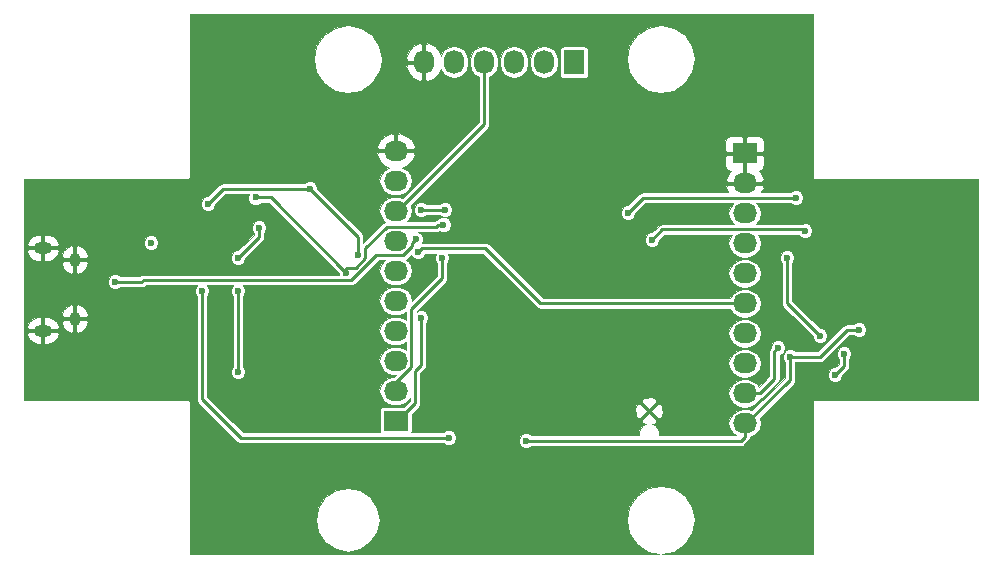
<source format=gbr>
G04 #@! TF.FileFunction,Copper,L2,Bot,Signal*
%FSLAX46Y46*%
G04 Gerber Fmt 4.6, Leading zero omitted, Abs format (unit mm)*
G04 Created by KiCad (PCBNEW 4.0.2-4+6225~38~ubuntu15.10.1-stable) date Thu 31 Mar 2016 01:19:07 PM CDT*
%MOMM*%
G01*
G04 APERTURE LIST*
%ADD10C,0.100000*%
%ADD11R,2.032000X1.727200*%
%ADD12O,2.032000X1.727200*%
%ADD13O,0.950000X1.250000*%
%ADD14O,1.550000X1.000000*%
%ADD15R,1.727200X2.032000*%
%ADD16O,1.727200X2.032000*%
%ADD17C,1.000000*%
%ADD18C,0.600000*%
%ADD19C,0.250000*%
G04 APERTURE END LIST*
D10*
D11*
X153550000Y-80610000D03*
D12*
X153550000Y-78070000D03*
X153550000Y-75530000D03*
X153550000Y-72990000D03*
X153550000Y-70450000D03*
X153550000Y-67910000D03*
X153550000Y-65370000D03*
X153550000Y-62830000D03*
X153550000Y-60290000D03*
X153550000Y-57750000D03*
D13*
X126380000Y-66970000D03*
X126380000Y-71970000D03*
D14*
X123680000Y-65970000D03*
X123680000Y-72970000D03*
D15*
X168650000Y-50250000D03*
D16*
X166110000Y-50250000D03*
X163570000Y-50250000D03*
X161030000Y-50250000D03*
X158490000Y-50250000D03*
X155950000Y-50250000D03*
D11*
X183100000Y-57975000D03*
D12*
X183100000Y-60515000D03*
X183100000Y-63055000D03*
X183100000Y-65595000D03*
X183100000Y-68135000D03*
X183100000Y-70675000D03*
X183100000Y-73215000D03*
X183100000Y-75755000D03*
X183100000Y-78295000D03*
X183100000Y-80835000D03*
D17*
X184700000Y-86550000D03*
X182800000Y-86550000D03*
D18*
X160350000Y-88650000D03*
X160550000Y-61150000D03*
X160600000Y-68250000D03*
X158500000Y-69900000D03*
X145350000Y-57900000D03*
X142300000Y-58050000D03*
X124500000Y-61650000D03*
X133000000Y-62400000D03*
X145100000Y-77250000D03*
X193548000Y-77724000D03*
X187706000Y-76708000D03*
X167132000Y-78486000D03*
X175514000Y-56642000D03*
X133793278Y-66447444D03*
X135325543Y-66858457D03*
X141458022Y-67056000D03*
X141986000Y-84582000D03*
X140716000Y-64262000D03*
X135890000Y-60960000D03*
X135128000Y-70104000D03*
X158820000Y-86500000D03*
X157480000Y-66802000D03*
X141700000Y-61700000D03*
X157597020Y-64008000D03*
X149352000Y-68072000D03*
X129794000Y-68834000D03*
X155254956Y-65217044D03*
X185928000Y-74422000D03*
X155702000Y-71882000D03*
X190754000Y-76708000D03*
X191516000Y-74930000D03*
X155448000Y-66294000D03*
X186690000Y-66802000D03*
X189484000Y-73406000D03*
X157734000Y-62738000D03*
X155702000Y-62738000D03*
X192786000Y-72898000D03*
X186944000Y-75184000D03*
X188214000Y-64516000D03*
X175260000Y-65278000D03*
X132842000Y-65532000D03*
X158040002Y-82042000D03*
X137160000Y-69596000D03*
X150368000Y-66548000D03*
X146304000Y-60960000D03*
X137668000Y-62230000D03*
X164592000Y-82296000D03*
X141986000Y-64262000D03*
X140208000Y-66802000D03*
X140208000Y-76454000D03*
X140208000Y-69596000D03*
X187452000Y-61722000D03*
X173228000Y-62992000D03*
D19*
X153550000Y-78070000D02*
X153550000Y-77363348D01*
X154891010Y-76022338D02*
X154891010Y-71105118D01*
X153550000Y-77363348D02*
X154891010Y-76022338D01*
X154891010Y-71105118D02*
X157480000Y-68516128D01*
X157480000Y-68516128D02*
X157480000Y-66802000D01*
X141700000Y-61700000D02*
X142980000Y-61700000D01*
X142980000Y-61700000D02*
X149352000Y-68072000D01*
X156999366Y-64181390D02*
X157172756Y-64008000D01*
X152818346Y-64181390D02*
X156999366Y-64181390D01*
X150193266Y-67647736D02*
X150993001Y-66848001D01*
X150993001Y-66006735D02*
X152818346Y-64181390D01*
X157172756Y-64008000D02*
X157597020Y-64008000D01*
X149352000Y-67647736D02*
X150193266Y-67647736D01*
X150993001Y-66848001D02*
X150993001Y-66006735D01*
X149352000Y-68072000D02*
X149352000Y-67647736D01*
X132060002Y-68834000D02*
X132197001Y-68697001D01*
X132197001Y-68697001D02*
X149780412Y-68697001D01*
X149780412Y-68697001D02*
X151918803Y-66558610D01*
X151918803Y-66558610D02*
X154194738Y-66558610D01*
X154194738Y-66558610D02*
X154954957Y-65798391D01*
X154954957Y-65798391D02*
X154954957Y-65517043D01*
X129794000Y-68834000D02*
X132060002Y-68834000D01*
X154954957Y-65517043D02*
X155254956Y-65217044D01*
X161030000Y-50250000D02*
X161030000Y-55502400D01*
X161030000Y-55502400D02*
X153702400Y-62830000D01*
X153702400Y-62830000D02*
X153550000Y-62830000D01*
X185928000Y-74422000D02*
X185628001Y-74721999D01*
X185628001Y-74721999D02*
X185628001Y-77032999D01*
X185628001Y-77032999D02*
X184366000Y-78295000D01*
X184366000Y-78295000D02*
X183100000Y-78295000D01*
X155702000Y-71882000D02*
X155702000Y-75847759D01*
X155702000Y-75847759D02*
X155194000Y-76355759D01*
X155194000Y-76355759D02*
X155194000Y-79118400D01*
X155194000Y-79118400D02*
X153702400Y-80610000D01*
X153702400Y-80610000D02*
X153550000Y-80610000D01*
X191516000Y-74930000D02*
X191516000Y-75946000D01*
X191516000Y-75946000D02*
X190754000Y-76708000D01*
X181834000Y-70675000D02*
X183100000Y-70675000D01*
X161119003Y-65994001D02*
X165800002Y-70675000D01*
X155747999Y-65994001D02*
X161119003Y-65994001D01*
X155448000Y-66294000D02*
X155747999Y-65994001D01*
X165800002Y-70675000D02*
X181834000Y-70675000D01*
X189484000Y-73406000D02*
X186690000Y-70612000D01*
X186690000Y-70612000D02*
X186690000Y-66802000D01*
X155702000Y-62738000D02*
X157734000Y-62738000D01*
X186944000Y-75184000D02*
X186944000Y-77143400D01*
X186944000Y-77143400D02*
X183252400Y-80835000D01*
X183252400Y-80835000D02*
X183100000Y-80835000D01*
X189484000Y-75184000D02*
X191770000Y-72898000D01*
X191770000Y-72898000D02*
X192786000Y-72898000D01*
X186944000Y-75184000D02*
X189484000Y-75184000D01*
X175260000Y-65278000D02*
X176131610Y-64406390D01*
X176131610Y-64406390D02*
X188104390Y-64406390D01*
X188104390Y-64406390D02*
X188214000Y-64516000D01*
X137160000Y-78740000D02*
X140462000Y-82042000D01*
X140462000Y-82042000D02*
X158040002Y-82042000D01*
X137160000Y-69596000D02*
X137160000Y-78740000D01*
X150368000Y-66548000D02*
X150368000Y-65024000D01*
X150368000Y-65024000D02*
X146304000Y-60960000D01*
X137668000Y-62230000D02*
X138938000Y-60960000D01*
X138938000Y-60960000D02*
X146304000Y-60960000D01*
X164592000Y-82296000D02*
X182752600Y-82296000D01*
X182752600Y-82296000D02*
X183100000Y-81948600D01*
X183100000Y-81948600D02*
X183100000Y-80835000D01*
X141986000Y-65024000D02*
X141986000Y-64262000D01*
X140208000Y-66802000D02*
X141986000Y-65024000D01*
X140208000Y-69596000D02*
X140208000Y-76454000D01*
X173228000Y-62992000D02*
X174498000Y-61722000D01*
X174498000Y-61722000D02*
X187452000Y-61722000D01*
D10*
G36*
X188873000Y-60000000D02*
X188883006Y-60049410D01*
X188911447Y-60091035D01*
X188953841Y-60118315D01*
X189000000Y-60127000D01*
X202873000Y-60127000D01*
X202873000Y-78873000D01*
X189000000Y-78873000D01*
X188950590Y-78883006D01*
X188908965Y-78911447D01*
X188881685Y-78953841D01*
X188873000Y-79000000D01*
X188873000Y-91873000D01*
X176108500Y-91873000D01*
X177107709Y-91674245D01*
X178046779Y-91046779D01*
X178674245Y-90107709D01*
X178894582Y-89000000D01*
X178674245Y-87892291D01*
X178046779Y-86953221D01*
X177107709Y-86325755D01*
X176000000Y-86105418D01*
X174892291Y-86325755D01*
X173953221Y-86953221D01*
X173325755Y-87892291D01*
X173105418Y-89000000D01*
X173325755Y-90107709D01*
X173953221Y-91046779D01*
X174892291Y-91674245D01*
X175891500Y-91873000D01*
X136127000Y-91873000D01*
X136127000Y-89000000D01*
X146798000Y-89000000D01*
X147003678Y-90034011D01*
X147589397Y-90910603D01*
X148465989Y-91496322D01*
X149500000Y-91702000D01*
X150534011Y-91496322D01*
X151410603Y-90910603D01*
X151996322Y-90034011D01*
X152202000Y-89000000D01*
X151996322Y-87965989D01*
X151410603Y-87089397D01*
X150534011Y-86503678D01*
X149500000Y-86298000D01*
X148465989Y-86503678D01*
X147589397Y-87089397D01*
X147003678Y-87965989D01*
X146798000Y-89000000D01*
X136127000Y-89000000D01*
X136127000Y-79000000D01*
X136116994Y-78950590D01*
X136088553Y-78908965D01*
X136046159Y-78881685D01*
X136000000Y-78873000D01*
X122127000Y-78873000D01*
X122127000Y-73271874D01*
X122310881Y-73271874D01*
X122512632Y-73682763D01*
X122853322Y-73970002D01*
X123278000Y-74105000D01*
X123553000Y-74105000D01*
X123553000Y-73097000D01*
X123807000Y-73097000D01*
X123807000Y-74105000D01*
X124082000Y-74105000D01*
X124506678Y-73970002D01*
X124847368Y-73682763D01*
X125049119Y-73271874D01*
X124922954Y-73097000D01*
X123807000Y-73097000D01*
X123553000Y-73097000D01*
X122437046Y-73097000D01*
X122310881Y-73271874D01*
X122127000Y-73271874D01*
X122127000Y-72668126D01*
X122310881Y-72668126D01*
X122437046Y-72843000D01*
X123553000Y-72843000D01*
X123553000Y-71835000D01*
X123807000Y-71835000D01*
X123807000Y-72843000D01*
X124922954Y-72843000D01*
X125049119Y-72668126D01*
X124854191Y-72271131D01*
X125278771Y-72271131D01*
X125420432Y-72681049D01*
X125708179Y-73005552D01*
X126082062Y-73189268D01*
X126253000Y-73062734D01*
X126253000Y-72097000D01*
X126507000Y-72097000D01*
X126507000Y-73062734D01*
X126677938Y-73189268D01*
X127051821Y-73005552D01*
X127339568Y-72681049D01*
X127481229Y-72271131D01*
X127332563Y-72097000D01*
X126507000Y-72097000D01*
X126253000Y-72097000D01*
X125427437Y-72097000D01*
X125278771Y-72271131D01*
X124854191Y-72271131D01*
X124847368Y-72257237D01*
X124506678Y-71969998D01*
X124082000Y-71835000D01*
X123807000Y-71835000D01*
X123553000Y-71835000D01*
X123278000Y-71835000D01*
X122853322Y-71969998D01*
X122512632Y-72257237D01*
X122310881Y-72668126D01*
X122127000Y-72668126D01*
X122127000Y-71668869D01*
X125278771Y-71668869D01*
X125427437Y-71843000D01*
X126253000Y-71843000D01*
X126253000Y-70877266D01*
X126507000Y-70877266D01*
X126507000Y-71843000D01*
X127332563Y-71843000D01*
X127481229Y-71668869D01*
X127339568Y-71258951D01*
X127051821Y-70934448D01*
X126677938Y-70750732D01*
X126507000Y-70877266D01*
X126253000Y-70877266D01*
X126082062Y-70750732D01*
X125708179Y-70934448D01*
X125420432Y-71258951D01*
X125278771Y-71668869D01*
X122127000Y-71668869D01*
X122127000Y-68958171D01*
X129166891Y-68958171D01*
X129262145Y-69188703D01*
X129438369Y-69365235D01*
X129668735Y-69460891D01*
X129918171Y-69461109D01*
X130148703Y-69365855D01*
X130228698Y-69286000D01*
X132060002Y-69286000D01*
X132232975Y-69251594D01*
X132379614Y-69153612D01*
X132384225Y-69149001D01*
X136720293Y-69149001D01*
X136628765Y-69240369D01*
X136533109Y-69470735D01*
X136532891Y-69720171D01*
X136628145Y-69950703D01*
X136708000Y-70030698D01*
X136708000Y-78740000D01*
X136742406Y-78912973D01*
X136840388Y-79059612D01*
X140142388Y-82361612D01*
X140289027Y-82459594D01*
X140462000Y-82494000D01*
X157605274Y-82494000D01*
X157684371Y-82573235D01*
X157914737Y-82668891D01*
X158164173Y-82669109D01*
X158394705Y-82573855D01*
X158548657Y-82420171D01*
X163964891Y-82420171D01*
X164060145Y-82650703D01*
X164236369Y-82827235D01*
X164466735Y-82922891D01*
X164716171Y-82923109D01*
X164946703Y-82827855D01*
X165026698Y-82748000D01*
X182752600Y-82748000D01*
X182925573Y-82713594D01*
X183072212Y-82615612D01*
X183419612Y-82268212D01*
X183517594Y-82121573D01*
X183547311Y-81972172D01*
X183734334Y-81934971D01*
X184120592Y-81676881D01*
X184378682Y-81290623D01*
X184469311Y-80835000D01*
X184378682Y-80379377D01*
X184366091Y-80360533D01*
X187263612Y-77463012D01*
X187361594Y-77316373D01*
X187396000Y-77143400D01*
X187396000Y-76832171D01*
X190126891Y-76832171D01*
X190222145Y-77062703D01*
X190398369Y-77239235D01*
X190628735Y-77334891D01*
X190878171Y-77335109D01*
X191108703Y-77239855D01*
X191285235Y-77063631D01*
X191380891Y-76833265D01*
X191380990Y-76720234D01*
X191835612Y-76265612D01*
X191933594Y-76118973D01*
X191968000Y-75946000D01*
X191968000Y-75364728D01*
X192047235Y-75285631D01*
X192142891Y-75055265D01*
X192143109Y-74805829D01*
X192047855Y-74575297D01*
X191871631Y-74398765D01*
X191641265Y-74303109D01*
X191391829Y-74302891D01*
X191161297Y-74398145D01*
X190984765Y-74574369D01*
X190889109Y-74804735D01*
X190888891Y-75054171D01*
X190984145Y-75284703D01*
X191064000Y-75364698D01*
X191064000Y-75758776D01*
X190741787Y-76080989D01*
X190629829Y-76080891D01*
X190399297Y-76176145D01*
X190222765Y-76352369D01*
X190127109Y-76582735D01*
X190126891Y-76832171D01*
X187396000Y-76832171D01*
X187396000Y-75636000D01*
X189484000Y-75636000D01*
X189656973Y-75601594D01*
X189803612Y-75503612D01*
X191957224Y-73350000D01*
X192351272Y-73350000D01*
X192430369Y-73429235D01*
X192660735Y-73524891D01*
X192910171Y-73525109D01*
X193140703Y-73429855D01*
X193317235Y-73253631D01*
X193412891Y-73023265D01*
X193413109Y-72773829D01*
X193317855Y-72543297D01*
X193141631Y-72366765D01*
X192911265Y-72271109D01*
X192661829Y-72270891D01*
X192431297Y-72366145D01*
X192351302Y-72446000D01*
X191770000Y-72446000D01*
X191597027Y-72480406D01*
X191450388Y-72578388D01*
X189296776Y-74732000D01*
X187378728Y-74732000D01*
X187299631Y-74652765D01*
X187069265Y-74557109D01*
X186819829Y-74556891D01*
X186589297Y-74652145D01*
X186412765Y-74828369D01*
X186317109Y-75058735D01*
X186316891Y-75308171D01*
X186412145Y-75538703D01*
X186492000Y-75618698D01*
X186492000Y-76956176D01*
X183716662Y-79731514D01*
X183278711Y-79644400D01*
X182921289Y-79644400D01*
X182465666Y-79735029D01*
X182079408Y-79993119D01*
X181821318Y-80379377D01*
X181730689Y-80835000D01*
X181821318Y-81290623D01*
X182079408Y-81676881D01*
X182329519Y-81844000D01*
X175830042Y-81844000D01*
X175832856Y-81837222D01*
X175833143Y-81508221D01*
X175707505Y-81204154D01*
X175475070Y-80971312D01*
X175280260Y-80890420D01*
X175311375Y-80888217D01*
X175579352Y-80777217D01*
X175616499Y-80562104D01*
X175006000Y-79951605D01*
X174395501Y-80562104D01*
X174432648Y-80777217D01*
X174749828Y-80883033D01*
X174538154Y-80970495D01*
X174305312Y-81202930D01*
X174179144Y-81506778D01*
X174178857Y-81835779D01*
X174182254Y-81844000D01*
X165026728Y-81844000D01*
X164947631Y-81764765D01*
X164717265Y-81669109D01*
X164467829Y-81668891D01*
X164237297Y-81764145D01*
X164060765Y-81940369D01*
X163965109Y-82170735D01*
X163964891Y-82420171D01*
X158548657Y-82420171D01*
X158571237Y-82397631D01*
X158666893Y-82167265D01*
X158667111Y-81917829D01*
X158571857Y-81687297D01*
X158395633Y-81510765D01*
X158165267Y-81415109D01*
X157915831Y-81414891D01*
X157685299Y-81510145D01*
X157605304Y-81590000D01*
X154875834Y-81590000D01*
X154899406Y-81473600D01*
X154899406Y-80052218D01*
X155324652Y-79626972D01*
X173857888Y-79626972D01*
X173889783Y-80077375D01*
X174000783Y-80345352D01*
X174215896Y-80382499D01*
X174826395Y-79772000D01*
X175185605Y-79772000D01*
X175796104Y-80382499D01*
X176011217Y-80345352D01*
X176154112Y-79917028D01*
X176122217Y-79466625D01*
X176011217Y-79198648D01*
X175796104Y-79161501D01*
X175185605Y-79772000D01*
X174826395Y-79772000D01*
X174215896Y-79161501D01*
X174000783Y-79198648D01*
X173857888Y-79626972D01*
X155324652Y-79626972D01*
X155513612Y-79438012D01*
X155611594Y-79291373D01*
X155646000Y-79118400D01*
X155646000Y-78981896D01*
X174395501Y-78981896D01*
X175006000Y-79592395D01*
X175616499Y-78981896D01*
X175579352Y-78766783D01*
X175151028Y-78623888D01*
X174700625Y-78655783D01*
X174432648Y-78766783D01*
X174395501Y-78981896D01*
X155646000Y-78981896D01*
X155646000Y-78295000D01*
X181730689Y-78295000D01*
X181821318Y-78750623D01*
X182079408Y-79136881D01*
X182465666Y-79394971D01*
X182921289Y-79485600D01*
X183278711Y-79485600D01*
X183734334Y-79394971D01*
X184120592Y-79136881D01*
X184378682Y-78750623D01*
X184379955Y-78744224D01*
X184538973Y-78712594D01*
X184685612Y-78614612D01*
X185947613Y-77352611D01*
X186045595Y-77205972D01*
X186080001Y-77032999D01*
X186080001Y-75037610D01*
X186282703Y-74953855D01*
X186459235Y-74777631D01*
X186554891Y-74547265D01*
X186555109Y-74297829D01*
X186459855Y-74067297D01*
X186283631Y-73890765D01*
X186053265Y-73795109D01*
X185803829Y-73794891D01*
X185573297Y-73890145D01*
X185396765Y-74066369D01*
X185301109Y-74296735D01*
X185301007Y-74413435D01*
X185210407Y-74549026D01*
X185176001Y-74721999D01*
X185176001Y-76845775D01*
X184300062Y-77721714D01*
X184120592Y-77453119D01*
X183734334Y-77195029D01*
X183278711Y-77104400D01*
X182921289Y-77104400D01*
X182465666Y-77195029D01*
X182079408Y-77453119D01*
X181821318Y-77839377D01*
X181730689Y-78295000D01*
X155646000Y-78295000D01*
X155646000Y-76542983D01*
X156021612Y-76167372D01*
X156119594Y-76020733D01*
X156125302Y-75992035D01*
X156154000Y-75847759D01*
X156154000Y-75755000D01*
X181730689Y-75755000D01*
X181821318Y-76210623D01*
X182079408Y-76596881D01*
X182465666Y-76854971D01*
X182921289Y-76945600D01*
X183278711Y-76945600D01*
X183734334Y-76854971D01*
X184120592Y-76596881D01*
X184378682Y-76210623D01*
X184469311Y-75755000D01*
X184378682Y-75299377D01*
X184120592Y-74913119D01*
X183734334Y-74655029D01*
X183278711Y-74564400D01*
X182921289Y-74564400D01*
X182465666Y-74655029D01*
X182079408Y-74913119D01*
X181821318Y-75299377D01*
X181730689Y-75755000D01*
X156154000Y-75755000D01*
X156154000Y-73215000D01*
X181730689Y-73215000D01*
X181821318Y-73670623D01*
X182079408Y-74056881D01*
X182465666Y-74314971D01*
X182921289Y-74405600D01*
X183278711Y-74405600D01*
X183734334Y-74314971D01*
X184120592Y-74056881D01*
X184378682Y-73670623D01*
X184469311Y-73215000D01*
X184378682Y-72759377D01*
X184120592Y-72373119D01*
X183734334Y-72115029D01*
X183278711Y-72024400D01*
X182921289Y-72024400D01*
X182465666Y-72115029D01*
X182079408Y-72373119D01*
X181821318Y-72759377D01*
X181730689Y-73215000D01*
X156154000Y-73215000D01*
X156154000Y-72316728D01*
X156233235Y-72237631D01*
X156328891Y-72007265D01*
X156329109Y-71757829D01*
X156233855Y-71527297D01*
X156057631Y-71350765D01*
X155827265Y-71255109D01*
X155577829Y-71254891D01*
X155347297Y-71350145D01*
X155343010Y-71354425D01*
X155343010Y-71292342D01*
X157799612Y-68835740D01*
X157897594Y-68689101D01*
X157932000Y-68516128D01*
X157932000Y-67236728D01*
X158011235Y-67157631D01*
X158106891Y-66927265D01*
X158107109Y-66677829D01*
X158011855Y-66447297D01*
X158010561Y-66446001D01*
X160931779Y-66446001D01*
X165480390Y-70994612D01*
X165627029Y-71092594D01*
X165800002Y-71127000D01*
X181820597Y-71127000D01*
X181821318Y-71130623D01*
X182079408Y-71516881D01*
X182465666Y-71774971D01*
X182921289Y-71865600D01*
X183278711Y-71865600D01*
X183734334Y-71774971D01*
X184120592Y-71516881D01*
X184378682Y-71130623D01*
X184469311Y-70675000D01*
X184378682Y-70219377D01*
X184120592Y-69833119D01*
X183734334Y-69575029D01*
X183278711Y-69484400D01*
X182921289Y-69484400D01*
X182465666Y-69575029D01*
X182079408Y-69833119D01*
X181821318Y-70219377D01*
X181820597Y-70223000D01*
X165987226Y-70223000D01*
X163899226Y-68135000D01*
X181730689Y-68135000D01*
X181821318Y-68590623D01*
X182079408Y-68976881D01*
X182465666Y-69234971D01*
X182921289Y-69325600D01*
X183278711Y-69325600D01*
X183734334Y-69234971D01*
X184120592Y-68976881D01*
X184378682Y-68590623D01*
X184469311Y-68135000D01*
X184378682Y-67679377D01*
X184120592Y-67293119D01*
X183734334Y-67035029D01*
X183278711Y-66944400D01*
X182921289Y-66944400D01*
X182465666Y-67035029D01*
X182079408Y-67293119D01*
X181821318Y-67679377D01*
X181730689Y-68135000D01*
X163899226Y-68135000D01*
X162690397Y-66926171D01*
X186062891Y-66926171D01*
X186158145Y-67156703D01*
X186238000Y-67236698D01*
X186238000Y-70612000D01*
X186272406Y-70784973D01*
X186370388Y-70931612D01*
X188856989Y-73418213D01*
X188856891Y-73530171D01*
X188952145Y-73760703D01*
X189128369Y-73937235D01*
X189358735Y-74032891D01*
X189608171Y-74033109D01*
X189838703Y-73937855D01*
X190015235Y-73761631D01*
X190110891Y-73531265D01*
X190111109Y-73281829D01*
X190015855Y-73051297D01*
X189839631Y-72874765D01*
X189609265Y-72779109D01*
X189496234Y-72779010D01*
X187142000Y-70424776D01*
X187142000Y-67236728D01*
X187221235Y-67157631D01*
X187316891Y-66927265D01*
X187317109Y-66677829D01*
X187221855Y-66447297D01*
X187045631Y-66270765D01*
X186815265Y-66175109D01*
X186565829Y-66174891D01*
X186335297Y-66270145D01*
X186158765Y-66446369D01*
X186063109Y-66676735D01*
X186062891Y-66926171D01*
X162690397Y-66926171D01*
X161438615Y-65674389D01*
X161291976Y-65576407D01*
X161119003Y-65542001D01*
X155798928Y-65542001D01*
X155881847Y-65342309D01*
X155882065Y-65092873D01*
X155786811Y-64862341D01*
X155610587Y-64685809D01*
X155484348Y-64633390D01*
X156999366Y-64633390D01*
X157172339Y-64598984D01*
X157253952Y-64544452D01*
X157471755Y-64634891D01*
X157721191Y-64635109D01*
X157951723Y-64539855D01*
X158128255Y-64363631D01*
X158223911Y-64133265D01*
X158224129Y-63883829D01*
X158128875Y-63653297D01*
X157952651Y-63476765D01*
X157722285Y-63381109D01*
X157472849Y-63380891D01*
X157242317Y-63476145D01*
X157159726Y-63558592D01*
X157028480Y-63584698D01*
X156999782Y-63590406D01*
X156853143Y-63688388D01*
X156812141Y-63729390D01*
X154484524Y-63729390D01*
X154570592Y-63671881D01*
X154828682Y-63285623D01*
X154912911Y-62862171D01*
X155074891Y-62862171D01*
X155170145Y-63092703D01*
X155346369Y-63269235D01*
X155576735Y-63364891D01*
X155826171Y-63365109D01*
X156056703Y-63269855D01*
X156136698Y-63190000D01*
X157299272Y-63190000D01*
X157378369Y-63269235D01*
X157608735Y-63364891D01*
X157858171Y-63365109D01*
X158088703Y-63269855D01*
X158242655Y-63116171D01*
X172600891Y-63116171D01*
X172696145Y-63346703D01*
X172872369Y-63523235D01*
X173102735Y-63618891D01*
X173352171Y-63619109D01*
X173582703Y-63523855D01*
X173759235Y-63347631D01*
X173854891Y-63117265D01*
X173854990Y-63004234D01*
X174685224Y-62174000D01*
X182137954Y-62174000D01*
X182079408Y-62213119D01*
X181821318Y-62599377D01*
X181730689Y-63055000D01*
X181821318Y-63510623D01*
X182079408Y-63896881D01*
X182165476Y-63954390D01*
X176131610Y-63954390D01*
X175958637Y-63988796D01*
X175811998Y-64086778D01*
X175247787Y-64650989D01*
X175135829Y-64650891D01*
X174905297Y-64746145D01*
X174728765Y-64922369D01*
X174633109Y-65152735D01*
X174632891Y-65402171D01*
X174728145Y-65632703D01*
X174904369Y-65809235D01*
X175134735Y-65904891D01*
X175384171Y-65905109D01*
X175614703Y-65809855D01*
X175791235Y-65633631D01*
X175886891Y-65403265D01*
X175886990Y-65290234D01*
X176318834Y-64858390D01*
X182009068Y-64858390D01*
X181821318Y-65139377D01*
X181730689Y-65595000D01*
X181821318Y-66050623D01*
X182079408Y-66436881D01*
X182465666Y-66694971D01*
X182921289Y-66785600D01*
X183278711Y-66785600D01*
X183734334Y-66694971D01*
X184120592Y-66436881D01*
X184378682Y-66050623D01*
X184469311Y-65595000D01*
X184378682Y-65139377D01*
X184190932Y-64858390D01*
X187677057Y-64858390D01*
X187682145Y-64870703D01*
X187858369Y-65047235D01*
X188088735Y-65142891D01*
X188338171Y-65143109D01*
X188568703Y-65047855D01*
X188745235Y-64871631D01*
X188840891Y-64641265D01*
X188841109Y-64391829D01*
X188745855Y-64161297D01*
X188569631Y-63984765D01*
X188339265Y-63889109D01*
X188089829Y-63888891D01*
X187931310Y-63954390D01*
X184034524Y-63954390D01*
X184120592Y-63896881D01*
X184378682Y-63510623D01*
X184469311Y-63055000D01*
X184378682Y-62599377D01*
X184120592Y-62213119D01*
X184062046Y-62174000D01*
X187017272Y-62174000D01*
X187096369Y-62253235D01*
X187326735Y-62348891D01*
X187576171Y-62349109D01*
X187806703Y-62253855D01*
X187983235Y-62077631D01*
X188078891Y-61847265D01*
X188079109Y-61597829D01*
X187983855Y-61367297D01*
X187807631Y-61190765D01*
X187577265Y-61095109D01*
X187327829Y-61094891D01*
X187097297Y-61190145D01*
X187017302Y-61270000D01*
X184521560Y-61270000D01*
X184704709Y-60889791D01*
X184707358Y-60874026D01*
X184586217Y-60642000D01*
X183227000Y-60642000D01*
X183227000Y-60662000D01*
X182973000Y-60662000D01*
X182973000Y-60642000D01*
X181613783Y-60642000D01*
X181492642Y-60874026D01*
X181495291Y-60889791D01*
X181678440Y-61270000D01*
X174498000Y-61270000D01*
X174325027Y-61304406D01*
X174178388Y-61402388D01*
X173215787Y-62364989D01*
X173103829Y-62364891D01*
X172873297Y-62460145D01*
X172696765Y-62636369D01*
X172601109Y-62866735D01*
X172600891Y-63116171D01*
X158242655Y-63116171D01*
X158265235Y-63093631D01*
X158360891Y-62863265D01*
X158361109Y-62613829D01*
X158265855Y-62383297D01*
X158089631Y-62206765D01*
X157859265Y-62111109D01*
X157609829Y-62110891D01*
X157379297Y-62206145D01*
X157299302Y-62286000D01*
X156136728Y-62286000D01*
X156057631Y-62206765D01*
X155827265Y-62111109D01*
X155577829Y-62110891D01*
X155347297Y-62206145D01*
X155170765Y-62382369D01*
X155075109Y-62612735D01*
X155074891Y-62862171D01*
X154912911Y-62862171D01*
X154919311Y-62830000D01*
X154828682Y-62374377D01*
X154816091Y-62355533D01*
X158910874Y-58260750D01*
X181449000Y-58260750D01*
X181449000Y-58964910D01*
X181545673Y-59198299D01*
X181724302Y-59376927D01*
X181921861Y-59458759D01*
X181749268Y-59612964D01*
X181495291Y-60140209D01*
X181492642Y-60155974D01*
X181613783Y-60388000D01*
X182973000Y-60388000D01*
X182973000Y-58102000D01*
X183227000Y-58102000D01*
X183227000Y-60388000D01*
X184586217Y-60388000D01*
X184707358Y-60155974D01*
X184704709Y-60140209D01*
X184450732Y-59612964D01*
X184278139Y-59458759D01*
X184475698Y-59376927D01*
X184654327Y-59198299D01*
X184751000Y-58964910D01*
X184751000Y-58260750D01*
X184592250Y-58102000D01*
X183227000Y-58102000D01*
X182973000Y-58102000D01*
X181607750Y-58102000D01*
X181449000Y-58260750D01*
X158910874Y-58260750D01*
X160186534Y-56985090D01*
X181449000Y-56985090D01*
X181449000Y-57689250D01*
X181607750Y-57848000D01*
X182973000Y-57848000D01*
X182973000Y-56635150D01*
X183227000Y-56635150D01*
X183227000Y-57848000D01*
X184592250Y-57848000D01*
X184751000Y-57689250D01*
X184751000Y-56985090D01*
X184654327Y-56751701D01*
X184475698Y-56573073D01*
X184242309Y-56476400D01*
X183385750Y-56476400D01*
X183227000Y-56635150D01*
X182973000Y-56635150D01*
X182814250Y-56476400D01*
X181957691Y-56476400D01*
X181724302Y-56573073D01*
X181545673Y-56751701D01*
X181449000Y-56985090D01*
X160186534Y-56985090D01*
X161349612Y-55822012D01*
X161447594Y-55675373D01*
X161482000Y-55502400D01*
X161482000Y-51529403D01*
X161485623Y-51528682D01*
X161871881Y-51270592D01*
X162129971Y-50884334D01*
X162220600Y-50428711D01*
X162220600Y-50071289D01*
X162379400Y-50071289D01*
X162379400Y-50428711D01*
X162470029Y-50884334D01*
X162728119Y-51270592D01*
X163114377Y-51528682D01*
X163570000Y-51619311D01*
X164025623Y-51528682D01*
X164411881Y-51270592D01*
X164669971Y-50884334D01*
X164760600Y-50428711D01*
X164760600Y-50071289D01*
X164919400Y-50071289D01*
X164919400Y-50428711D01*
X165010029Y-50884334D01*
X165268119Y-51270592D01*
X165654377Y-51528682D01*
X166110000Y-51619311D01*
X166565623Y-51528682D01*
X166951881Y-51270592D01*
X167209971Y-50884334D01*
X167300600Y-50428711D01*
X167300600Y-50071289D01*
X167209971Y-49615666D01*
X166954950Y-49234000D01*
X167452994Y-49234000D01*
X167452994Y-51266000D01*
X167475795Y-51387179D01*
X167547412Y-51498474D01*
X167656686Y-51573138D01*
X167786400Y-51599406D01*
X169513600Y-51599406D01*
X169634779Y-51576605D01*
X169746074Y-51504988D01*
X169820738Y-51395714D01*
X169847006Y-51266000D01*
X169847006Y-50000000D01*
X173105418Y-50000000D01*
X173325755Y-51107709D01*
X173953221Y-52046779D01*
X174892291Y-52674245D01*
X176000000Y-52894582D01*
X177107709Y-52674245D01*
X178046779Y-52046779D01*
X178674245Y-51107709D01*
X178894582Y-50000000D01*
X178674245Y-48892291D01*
X178046779Y-47953221D01*
X177107709Y-47325755D01*
X176000000Y-47105418D01*
X174892291Y-47325755D01*
X173953221Y-47953221D01*
X173325755Y-48892291D01*
X173105418Y-50000000D01*
X169847006Y-50000000D01*
X169847006Y-49234000D01*
X169824205Y-49112821D01*
X169752588Y-49001526D01*
X169643314Y-48926862D01*
X169513600Y-48900594D01*
X167786400Y-48900594D01*
X167665221Y-48923395D01*
X167553926Y-48995012D01*
X167479262Y-49104286D01*
X167452994Y-49234000D01*
X166954950Y-49234000D01*
X166951881Y-49229408D01*
X166565623Y-48971318D01*
X166110000Y-48880689D01*
X165654377Y-48971318D01*
X165268119Y-49229408D01*
X165010029Y-49615666D01*
X164919400Y-50071289D01*
X164760600Y-50071289D01*
X164669971Y-49615666D01*
X164411881Y-49229408D01*
X164025623Y-48971318D01*
X163570000Y-48880689D01*
X163114377Y-48971318D01*
X162728119Y-49229408D01*
X162470029Y-49615666D01*
X162379400Y-50071289D01*
X162220600Y-50071289D01*
X162129971Y-49615666D01*
X161871881Y-49229408D01*
X161485623Y-48971318D01*
X161030000Y-48880689D01*
X160574377Y-48971318D01*
X160188119Y-49229408D01*
X159930029Y-49615666D01*
X159839400Y-50071289D01*
X159839400Y-50428711D01*
X159930029Y-50884334D01*
X160188119Y-51270592D01*
X160574377Y-51528682D01*
X160578000Y-51529403D01*
X160578000Y-55315176D01*
X154166662Y-61726514D01*
X153728711Y-61639400D01*
X153371289Y-61639400D01*
X152915666Y-61730029D01*
X152529408Y-61988119D01*
X152271318Y-62374377D01*
X152180689Y-62830000D01*
X152271318Y-63285623D01*
X152529408Y-63671881D01*
X152662014Y-63760486D01*
X152645373Y-63763796D01*
X152498734Y-63861777D01*
X150820000Y-65540512D01*
X150820000Y-65024000D01*
X150785594Y-64851027D01*
X150687612Y-64704388D01*
X146931011Y-60947787D01*
X146931109Y-60835829D01*
X146835855Y-60605297D01*
X146659631Y-60428765D01*
X146429265Y-60333109D01*
X146179829Y-60332891D01*
X145949297Y-60428145D01*
X145869302Y-60508000D01*
X138938000Y-60508000D01*
X138765027Y-60542406D01*
X138618388Y-60640388D01*
X137655787Y-61602989D01*
X137543829Y-61602891D01*
X137313297Y-61698145D01*
X137136765Y-61874369D01*
X137041109Y-62104735D01*
X137040891Y-62354171D01*
X137136145Y-62584703D01*
X137312369Y-62761235D01*
X137542735Y-62856891D01*
X137792171Y-62857109D01*
X138022703Y-62761855D01*
X138199235Y-62585631D01*
X138294891Y-62355265D01*
X138294990Y-62242234D01*
X139125224Y-61412000D01*
X141140682Y-61412000D01*
X141073109Y-61574735D01*
X141072891Y-61824171D01*
X141168145Y-62054703D01*
X141344369Y-62231235D01*
X141574735Y-62326891D01*
X141824171Y-62327109D01*
X142054703Y-62231855D01*
X142134698Y-62152000D01*
X142792776Y-62152000D01*
X148724989Y-68084213D01*
X148724891Y-68196171D01*
X148745067Y-68245001D01*
X132197001Y-68245001D01*
X132024028Y-68279407D01*
X131877389Y-68377389D01*
X131872778Y-68382000D01*
X130228728Y-68382000D01*
X130149631Y-68302765D01*
X129919265Y-68207109D01*
X129669829Y-68206891D01*
X129439297Y-68302145D01*
X129262765Y-68478369D01*
X129167109Y-68708735D01*
X129166891Y-68958171D01*
X122127000Y-68958171D01*
X122127000Y-67271131D01*
X125278771Y-67271131D01*
X125420432Y-67681049D01*
X125708179Y-68005552D01*
X126082062Y-68189268D01*
X126253000Y-68062734D01*
X126253000Y-67097000D01*
X126507000Y-67097000D01*
X126507000Y-68062734D01*
X126677938Y-68189268D01*
X127051821Y-68005552D01*
X127339568Y-67681049D01*
X127481229Y-67271131D01*
X127332563Y-67097000D01*
X126507000Y-67097000D01*
X126253000Y-67097000D01*
X125427437Y-67097000D01*
X125278771Y-67271131D01*
X122127000Y-67271131D01*
X122127000Y-66271874D01*
X122310881Y-66271874D01*
X122512632Y-66682763D01*
X122853322Y-66970002D01*
X123278000Y-67105000D01*
X123553000Y-67105000D01*
X123553000Y-66097000D01*
X123807000Y-66097000D01*
X123807000Y-67105000D01*
X124082000Y-67105000D01*
X124506678Y-66970002D01*
X124558665Y-66926171D01*
X139580891Y-66926171D01*
X139676145Y-67156703D01*
X139852369Y-67333235D01*
X140082735Y-67428891D01*
X140332171Y-67429109D01*
X140562703Y-67333855D01*
X140739235Y-67157631D01*
X140834891Y-66927265D01*
X140834990Y-66814234D01*
X142305612Y-65343612D01*
X142403594Y-65196973D01*
X142438000Y-65024000D01*
X142438000Y-64696728D01*
X142517235Y-64617631D01*
X142612891Y-64387265D01*
X142613109Y-64137829D01*
X142517855Y-63907297D01*
X142341631Y-63730765D01*
X142111265Y-63635109D01*
X141861829Y-63634891D01*
X141631297Y-63730145D01*
X141454765Y-63906369D01*
X141359109Y-64136735D01*
X141358891Y-64386171D01*
X141454145Y-64616703D01*
X141534000Y-64696698D01*
X141534000Y-64836776D01*
X140195787Y-66174989D01*
X140083829Y-66174891D01*
X139853297Y-66270145D01*
X139676765Y-66446369D01*
X139581109Y-66676735D01*
X139580891Y-66926171D01*
X124558665Y-66926171D01*
X124847368Y-66682763D01*
X124854190Y-66668869D01*
X125278771Y-66668869D01*
X125427437Y-66843000D01*
X126253000Y-66843000D01*
X126253000Y-65877266D01*
X126507000Y-65877266D01*
X126507000Y-66843000D01*
X127332563Y-66843000D01*
X127481229Y-66668869D01*
X127339568Y-66258951D01*
X127051821Y-65934448D01*
X126677938Y-65750732D01*
X126507000Y-65877266D01*
X126253000Y-65877266D01*
X126082062Y-65750732D01*
X125708179Y-65934448D01*
X125420432Y-66258951D01*
X125278771Y-66668869D01*
X124854190Y-66668869D01*
X125049119Y-66271874D01*
X124922954Y-66097000D01*
X123807000Y-66097000D01*
X123553000Y-66097000D01*
X122437046Y-66097000D01*
X122310881Y-66271874D01*
X122127000Y-66271874D01*
X122127000Y-65668126D01*
X122310881Y-65668126D01*
X122437046Y-65843000D01*
X123553000Y-65843000D01*
X123553000Y-64835000D01*
X123807000Y-64835000D01*
X123807000Y-65843000D01*
X124922954Y-65843000D01*
X125049119Y-65668126D01*
X125043249Y-65656171D01*
X132214891Y-65656171D01*
X132310145Y-65886703D01*
X132486369Y-66063235D01*
X132716735Y-66158891D01*
X132966171Y-66159109D01*
X133196703Y-66063855D01*
X133373235Y-65887631D01*
X133468891Y-65657265D01*
X133469109Y-65407829D01*
X133373855Y-65177297D01*
X133197631Y-65000765D01*
X132967265Y-64905109D01*
X132717829Y-64904891D01*
X132487297Y-65000145D01*
X132310765Y-65176369D01*
X132215109Y-65406735D01*
X132214891Y-65656171D01*
X125043249Y-65656171D01*
X124847368Y-65257237D01*
X124506678Y-64969998D01*
X124082000Y-64835000D01*
X123807000Y-64835000D01*
X123553000Y-64835000D01*
X123278000Y-64835000D01*
X122853322Y-64969998D01*
X122512632Y-65257237D01*
X122310881Y-65668126D01*
X122127000Y-65668126D01*
X122127000Y-60127000D01*
X136000000Y-60127000D01*
X136049410Y-60116994D01*
X136091035Y-60088553D01*
X136118315Y-60046159D01*
X136127000Y-60000000D01*
X136127000Y-58109026D01*
X151942642Y-58109026D01*
X151945291Y-58124791D01*
X152199268Y-58652036D01*
X152635680Y-59041954D01*
X153007039Y-59171854D01*
X152915666Y-59190029D01*
X152529408Y-59448119D01*
X152271318Y-59834377D01*
X152180689Y-60290000D01*
X152271318Y-60745623D01*
X152529408Y-61131881D01*
X152915666Y-61389971D01*
X153371289Y-61480600D01*
X153728711Y-61480600D01*
X154184334Y-61389971D01*
X154570592Y-61131881D01*
X154828682Y-60745623D01*
X154919311Y-60290000D01*
X154828682Y-59834377D01*
X154570592Y-59448119D01*
X154184334Y-59190029D01*
X154092961Y-59171854D01*
X154464320Y-59041954D01*
X154900732Y-58652036D01*
X155154709Y-58124791D01*
X155157358Y-58109026D01*
X155036217Y-57877000D01*
X153677000Y-57877000D01*
X153677000Y-57897000D01*
X153423000Y-57897000D01*
X153423000Y-57877000D01*
X152063783Y-57877000D01*
X151942642Y-58109026D01*
X136127000Y-58109026D01*
X136127000Y-57390974D01*
X151942642Y-57390974D01*
X152063783Y-57623000D01*
X153423000Y-57623000D01*
X153423000Y-56409076D01*
X153677000Y-56409076D01*
X153677000Y-57623000D01*
X155036217Y-57623000D01*
X155157358Y-57390974D01*
X155154709Y-57375209D01*
X154900732Y-56847964D01*
X154464320Y-56458046D01*
X153911913Y-56264816D01*
X153677000Y-56409076D01*
X153423000Y-56409076D01*
X153188087Y-56264816D01*
X152635680Y-56458046D01*
X152199268Y-56847964D01*
X151945291Y-57375209D01*
X151942642Y-57390974D01*
X136127000Y-57390974D01*
X136127000Y-50000000D01*
X146605418Y-50000000D01*
X146825755Y-51107709D01*
X147453221Y-52046779D01*
X148392291Y-52674245D01*
X149500000Y-52894582D01*
X150607709Y-52674245D01*
X151546779Y-52046779D01*
X152174245Y-51107709D01*
X152272864Y-50611913D01*
X154464816Y-50611913D01*
X154658046Y-51164320D01*
X155047964Y-51600732D01*
X155575209Y-51854709D01*
X155590974Y-51857358D01*
X155823000Y-51736217D01*
X155823000Y-50377000D01*
X154609076Y-50377000D01*
X154464816Y-50611913D01*
X152272864Y-50611913D01*
X152394582Y-50000000D01*
X152372322Y-49888087D01*
X154464816Y-49888087D01*
X154609076Y-50123000D01*
X155823000Y-50123000D01*
X155823000Y-48763783D01*
X156077000Y-48763783D01*
X156077000Y-50123000D01*
X156097000Y-50123000D01*
X156097000Y-50377000D01*
X156077000Y-50377000D01*
X156077000Y-51736217D01*
X156309026Y-51857358D01*
X156324791Y-51854709D01*
X156852036Y-51600732D01*
X157241954Y-51164320D01*
X157371854Y-50792961D01*
X157390029Y-50884334D01*
X157648119Y-51270592D01*
X158034377Y-51528682D01*
X158490000Y-51619311D01*
X158945623Y-51528682D01*
X159331881Y-51270592D01*
X159589971Y-50884334D01*
X159680600Y-50428711D01*
X159680600Y-50071289D01*
X159589971Y-49615666D01*
X159331881Y-49229408D01*
X158945623Y-48971318D01*
X158490000Y-48880689D01*
X158034377Y-48971318D01*
X157648119Y-49229408D01*
X157390029Y-49615666D01*
X157371854Y-49707039D01*
X157241954Y-49335680D01*
X156852036Y-48899268D01*
X156324791Y-48645291D01*
X156309026Y-48642642D01*
X156077000Y-48763783D01*
X155823000Y-48763783D01*
X155590974Y-48642642D01*
X155575209Y-48645291D01*
X155047964Y-48899268D01*
X154658046Y-49335680D01*
X154464816Y-49888087D01*
X152372322Y-49888087D01*
X152174245Y-48892291D01*
X151546779Y-47953221D01*
X150607709Y-47325755D01*
X149500000Y-47105418D01*
X148392291Y-47325755D01*
X147453221Y-47953221D01*
X146825755Y-48892291D01*
X146605418Y-50000000D01*
X136127000Y-50000000D01*
X136127000Y-46127000D01*
X188873000Y-46127000D01*
X188873000Y-60000000D01*
X188873000Y-60000000D01*
G37*
X188873000Y-60000000D02*
X188883006Y-60049410D01*
X188911447Y-60091035D01*
X188953841Y-60118315D01*
X189000000Y-60127000D01*
X202873000Y-60127000D01*
X202873000Y-78873000D01*
X189000000Y-78873000D01*
X188950590Y-78883006D01*
X188908965Y-78911447D01*
X188881685Y-78953841D01*
X188873000Y-79000000D01*
X188873000Y-91873000D01*
X176108500Y-91873000D01*
X177107709Y-91674245D01*
X178046779Y-91046779D01*
X178674245Y-90107709D01*
X178894582Y-89000000D01*
X178674245Y-87892291D01*
X178046779Y-86953221D01*
X177107709Y-86325755D01*
X176000000Y-86105418D01*
X174892291Y-86325755D01*
X173953221Y-86953221D01*
X173325755Y-87892291D01*
X173105418Y-89000000D01*
X173325755Y-90107709D01*
X173953221Y-91046779D01*
X174892291Y-91674245D01*
X175891500Y-91873000D01*
X136127000Y-91873000D01*
X136127000Y-89000000D01*
X146798000Y-89000000D01*
X147003678Y-90034011D01*
X147589397Y-90910603D01*
X148465989Y-91496322D01*
X149500000Y-91702000D01*
X150534011Y-91496322D01*
X151410603Y-90910603D01*
X151996322Y-90034011D01*
X152202000Y-89000000D01*
X151996322Y-87965989D01*
X151410603Y-87089397D01*
X150534011Y-86503678D01*
X149500000Y-86298000D01*
X148465989Y-86503678D01*
X147589397Y-87089397D01*
X147003678Y-87965989D01*
X146798000Y-89000000D01*
X136127000Y-89000000D01*
X136127000Y-79000000D01*
X136116994Y-78950590D01*
X136088553Y-78908965D01*
X136046159Y-78881685D01*
X136000000Y-78873000D01*
X122127000Y-78873000D01*
X122127000Y-73271874D01*
X122310881Y-73271874D01*
X122512632Y-73682763D01*
X122853322Y-73970002D01*
X123278000Y-74105000D01*
X123553000Y-74105000D01*
X123553000Y-73097000D01*
X123807000Y-73097000D01*
X123807000Y-74105000D01*
X124082000Y-74105000D01*
X124506678Y-73970002D01*
X124847368Y-73682763D01*
X125049119Y-73271874D01*
X124922954Y-73097000D01*
X123807000Y-73097000D01*
X123553000Y-73097000D01*
X122437046Y-73097000D01*
X122310881Y-73271874D01*
X122127000Y-73271874D01*
X122127000Y-72668126D01*
X122310881Y-72668126D01*
X122437046Y-72843000D01*
X123553000Y-72843000D01*
X123553000Y-71835000D01*
X123807000Y-71835000D01*
X123807000Y-72843000D01*
X124922954Y-72843000D01*
X125049119Y-72668126D01*
X124854191Y-72271131D01*
X125278771Y-72271131D01*
X125420432Y-72681049D01*
X125708179Y-73005552D01*
X126082062Y-73189268D01*
X126253000Y-73062734D01*
X126253000Y-72097000D01*
X126507000Y-72097000D01*
X126507000Y-73062734D01*
X126677938Y-73189268D01*
X127051821Y-73005552D01*
X127339568Y-72681049D01*
X127481229Y-72271131D01*
X127332563Y-72097000D01*
X126507000Y-72097000D01*
X126253000Y-72097000D01*
X125427437Y-72097000D01*
X125278771Y-72271131D01*
X124854191Y-72271131D01*
X124847368Y-72257237D01*
X124506678Y-71969998D01*
X124082000Y-71835000D01*
X123807000Y-71835000D01*
X123553000Y-71835000D01*
X123278000Y-71835000D01*
X122853322Y-71969998D01*
X122512632Y-72257237D01*
X122310881Y-72668126D01*
X122127000Y-72668126D01*
X122127000Y-71668869D01*
X125278771Y-71668869D01*
X125427437Y-71843000D01*
X126253000Y-71843000D01*
X126253000Y-70877266D01*
X126507000Y-70877266D01*
X126507000Y-71843000D01*
X127332563Y-71843000D01*
X127481229Y-71668869D01*
X127339568Y-71258951D01*
X127051821Y-70934448D01*
X126677938Y-70750732D01*
X126507000Y-70877266D01*
X126253000Y-70877266D01*
X126082062Y-70750732D01*
X125708179Y-70934448D01*
X125420432Y-71258951D01*
X125278771Y-71668869D01*
X122127000Y-71668869D01*
X122127000Y-68958171D01*
X129166891Y-68958171D01*
X129262145Y-69188703D01*
X129438369Y-69365235D01*
X129668735Y-69460891D01*
X129918171Y-69461109D01*
X130148703Y-69365855D01*
X130228698Y-69286000D01*
X132060002Y-69286000D01*
X132232975Y-69251594D01*
X132379614Y-69153612D01*
X132384225Y-69149001D01*
X136720293Y-69149001D01*
X136628765Y-69240369D01*
X136533109Y-69470735D01*
X136532891Y-69720171D01*
X136628145Y-69950703D01*
X136708000Y-70030698D01*
X136708000Y-78740000D01*
X136742406Y-78912973D01*
X136840388Y-79059612D01*
X140142388Y-82361612D01*
X140289027Y-82459594D01*
X140462000Y-82494000D01*
X157605274Y-82494000D01*
X157684371Y-82573235D01*
X157914737Y-82668891D01*
X158164173Y-82669109D01*
X158394705Y-82573855D01*
X158548657Y-82420171D01*
X163964891Y-82420171D01*
X164060145Y-82650703D01*
X164236369Y-82827235D01*
X164466735Y-82922891D01*
X164716171Y-82923109D01*
X164946703Y-82827855D01*
X165026698Y-82748000D01*
X182752600Y-82748000D01*
X182925573Y-82713594D01*
X183072212Y-82615612D01*
X183419612Y-82268212D01*
X183517594Y-82121573D01*
X183547311Y-81972172D01*
X183734334Y-81934971D01*
X184120592Y-81676881D01*
X184378682Y-81290623D01*
X184469311Y-80835000D01*
X184378682Y-80379377D01*
X184366091Y-80360533D01*
X187263612Y-77463012D01*
X187361594Y-77316373D01*
X187396000Y-77143400D01*
X187396000Y-76832171D01*
X190126891Y-76832171D01*
X190222145Y-77062703D01*
X190398369Y-77239235D01*
X190628735Y-77334891D01*
X190878171Y-77335109D01*
X191108703Y-77239855D01*
X191285235Y-77063631D01*
X191380891Y-76833265D01*
X191380990Y-76720234D01*
X191835612Y-76265612D01*
X191933594Y-76118973D01*
X191968000Y-75946000D01*
X191968000Y-75364728D01*
X192047235Y-75285631D01*
X192142891Y-75055265D01*
X192143109Y-74805829D01*
X192047855Y-74575297D01*
X191871631Y-74398765D01*
X191641265Y-74303109D01*
X191391829Y-74302891D01*
X191161297Y-74398145D01*
X190984765Y-74574369D01*
X190889109Y-74804735D01*
X190888891Y-75054171D01*
X190984145Y-75284703D01*
X191064000Y-75364698D01*
X191064000Y-75758776D01*
X190741787Y-76080989D01*
X190629829Y-76080891D01*
X190399297Y-76176145D01*
X190222765Y-76352369D01*
X190127109Y-76582735D01*
X190126891Y-76832171D01*
X187396000Y-76832171D01*
X187396000Y-75636000D01*
X189484000Y-75636000D01*
X189656973Y-75601594D01*
X189803612Y-75503612D01*
X191957224Y-73350000D01*
X192351272Y-73350000D01*
X192430369Y-73429235D01*
X192660735Y-73524891D01*
X192910171Y-73525109D01*
X193140703Y-73429855D01*
X193317235Y-73253631D01*
X193412891Y-73023265D01*
X193413109Y-72773829D01*
X193317855Y-72543297D01*
X193141631Y-72366765D01*
X192911265Y-72271109D01*
X192661829Y-72270891D01*
X192431297Y-72366145D01*
X192351302Y-72446000D01*
X191770000Y-72446000D01*
X191597027Y-72480406D01*
X191450388Y-72578388D01*
X189296776Y-74732000D01*
X187378728Y-74732000D01*
X187299631Y-74652765D01*
X187069265Y-74557109D01*
X186819829Y-74556891D01*
X186589297Y-74652145D01*
X186412765Y-74828369D01*
X186317109Y-75058735D01*
X186316891Y-75308171D01*
X186412145Y-75538703D01*
X186492000Y-75618698D01*
X186492000Y-76956176D01*
X183716662Y-79731514D01*
X183278711Y-79644400D01*
X182921289Y-79644400D01*
X182465666Y-79735029D01*
X182079408Y-79993119D01*
X181821318Y-80379377D01*
X181730689Y-80835000D01*
X181821318Y-81290623D01*
X182079408Y-81676881D01*
X182329519Y-81844000D01*
X175830042Y-81844000D01*
X175832856Y-81837222D01*
X175833143Y-81508221D01*
X175707505Y-81204154D01*
X175475070Y-80971312D01*
X175280260Y-80890420D01*
X175311375Y-80888217D01*
X175579352Y-80777217D01*
X175616499Y-80562104D01*
X175006000Y-79951605D01*
X174395501Y-80562104D01*
X174432648Y-80777217D01*
X174749828Y-80883033D01*
X174538154Y-80970495D01*
X174305312Y-81202930D01*
X174179144Y-81506778D01*
X174178857Y-81835779D01*
X174182254Y-81844000D01*
X165026728Y-81844000D01*
X164947631Y-81764765D01*
X164717265Y-81669109D01*
X164467829Y-81668891D01*
X164237297Y-81764145D01*
X164060765Y-81940369D01*
X163965109Y-82170735D01*
X163964891Y-82420171D01*
X158548657Y-82420171D01*
X158571237Y-82397631D01*
X158666893Y-82167265D01*
X158667111Y-81917829D01*
X158571857Y-81687297D01*
X158395633Y-81510765D01*
X158165267Y-81415109D01*
X157915831Y-81414891D01*
X157685299Y-81510145D01*
X157605304Y-81590000D01*
X154875834Y-81590000D01*
X154899406Y-81473600D01*
X154899406Y-80052218D01*
X155324652Y-79626972D01*
X173857888Y-79626972D01*
X173889783Y-80077375D01*
X174000783Y-80345352D01*
X174215896Y-80382499D01*
X174826395Y-79772000D01*
X175185605Y-79772000D01*
X175796104Y-80382499D01*
X176011217Y-80345352D01*
X176154112Y-79917028D01*
X176122217Y-79466625D01*
X176011217Y-79198648D01*
X175796104Y-79161501D01*
X175185605Y-79772000D01*
X174826395Y-79772000D01*
X174215896Y-79161501D01*
X174000783Y-79198648D01*
X173857888Y-79626972D01*
X155324652Y-79626972D01*
X155513612Y-79438012D01*
X155611594Y-79291373D01*
X155646000Y-79118400D01*
X155646000Y-78981896D01*
X174395501Y-78981896D01*
X175006000Y-79592395D01*
X175616499Y-78981896D01*
X175579352Y-78766783D01*
X175151028Y-78623888D01*
X174700625Y-78655783D01*
X174432648Y-78766783D01*
X174395501Y-78981896D01*
X155646000Y-78981896D01*
X155646000Y-78295000D01*
X181730689Y-78295000D01*
X181821318Y-78750623D01*
X182079408Y-79136881D01*
X182465666Y-79394971D01*
X182921289Y-79485600D01*
X183278711Y-79485600D01*
X183734334Y-79394971D01*
X184120592Y-79136881D01*
X184378682Y-78750623D01*
X184379955Y-78744224D01*
X184538973Y-78712594D01*
X184685612Y-78614612D01*
X185947613Y-77352611D01*
X186045595Y-77205972D01*
X186080001Y-77032999D01*
X186080001Y-75037610D01*
X186282703Y-74953855D01*
X186459235Y-74777631D01*
X186554891Y-74547265D01*
X186555109Y-74297829D01*
X186459855Y-74067297D01*
X186283631Y-73890765D01*
X186053265Y-73795109D01*
X185803829Y-73794891D01*
X185573297Y-73890145D01*
X185396765Y-74066369D01*
X185301109Y-74296735D01*
X185301007Y-74413435D01*
X185210407Y-74549026D01*
X185176001Y-74721999D01*
X185176001Y-76845775D01*
X184300062Y-77721714D01*
X184120592Y-77453119D01*
X183734334Y-77195029D01*
X183278711Y-77104400D01*
X182921289Y-77104400D01*
X182465666Y-77195029D01*
X182079408Y-77453119D01*
X181821318Y-77839377D01*
X181730689Y-78295000D01*
X155646000Y-78295000D01*
X155646000Y-76542983D01*
X156021612Y-76167372D01*
X156119594Y-76020733D01*
X156125302Y-75992035D01*
X156154000Y-75847759D01*
X156154000Y-75755000D01*
X181730689Y-75755000D01*
X181821318Y-76210623D01*
X182079408Y-76596881D01*
X182465666Y-76854971D01*
X182921289Y-76945600D01*
X183278711Y-76945600D01*
X183734334Y-76854971D01*
X184120592Y-76596881D01*
X184378682Y-76210623D01*
X184469311Y-75755000D01*
X184378682Y-75299377D01*
X184120592Y-74913119D01*
X183734334Y-74655029D01*
X183278711Y-74564400D01*
X182921289Y-74564400D01*
X182465666Y-74655029D01*
X182079408Y-74913119D01*
X181821318Y-75299377D01*
X181730689Y-75755000D01*
X156154000Y-75755000D01*
X156154000Y-73215000D01*
X181730689Y-73215000D01*
X181821318Y-73670623D01*
X182079408Y-74056881D01*
X182465666Y-74314971D01*
X182921289Y-74405600D01*
X183278711Y-74405600D01*
X183734334Y-74314971D01*
X184120592Y-74056881D01*
X184378682Y-73670623D01*
X184469311Y-73215000D01*
X184378682Y-72759377D01*
X184120592Y-72373119D01*
X183734334Y-72115029D01*
X183278711Y-72024400D01*
X182921289Y-72024400D01*
X182465666Y-72115029D01*
X182079408Y-72373119D01*
X181821318Y-72759377D01*
X181730689Y-73215000D01*
X156154000Y-73215000D01*
X156154000Y-72316728D01*
X156233235Y-72237631D01*
X156328891Y-72007265D01*
X156329109Y-71757829D01*
X156233855Y-71527297D01*
X156057631Y-71350765D01*
X155827265Y-71255109D01*
X155577829Y-71254891D01*
X155347297Y-71350145D01*
X155343010Y-71354425D01*
X155343010Y-71292342D01*
X157799612Y-68835740D01*
X157897594Y-68689101D01*
X157932000Y-68516128D01*
X157932000Y-67236728D01*
X158011235Y-67157631D01*
X158106891Y-66927265D01*
X158107109Y-66677829D01*
X158011855Y-66447297D01*
X158010561Y-66446001D01*
X160931779Y-66446001D01*
X165480390Y-70994612D01*
X165627029Y-71092594D01*
X165800002Y-71127000D01*
X181820597Y-71127000D01*
X181821318Y-71130623D01*
X182079408Y-71516881D01*
X182465666Y-71774971D01*
X182921289Y-71865600D01*
X183278711Y-71865600D01*
X183734334Y-71774971D01*
X184120592Y-71516881D01*
X184378682Y-71130623D01*
X184469311Y-70675000D01*
X184378682Y-70219377D01*
X184120592Y-69833119D01*
X183734334Y-69575029D01*
X183278711Y-69484400D01*
X182921289Y-69484400D01*
X182465666Y-69575029D01*
X182079408Y-69833119D01*
X181821318Y-70219377D01*
X181820597Y-70223000D01*
X165987226Y-70223000D01*
X163899226Y-68135000D01*
X181730689Y-68135000D01*
X181821318Y-68590623D01*
X182079408Y-68976881D01*
X182465666Y-69234971D01*
X182921289Y-69325600D01*
X183278711Y-69325600D01*
X183734334Y-69234971D01*
X184120592Y-68976881D01*
X184378682Y-68590623D01*
X184469311Y-68135000D01*
X184378682Y-67679377D01*
X184120592Y-67293119D01*
X183734334Y-67035029D01*
X183278711Y-66944400D01*
X182921289Y-66944400D01*
X182465666Y-67035029D01*
X182079408Y-67293119D01*
X181821318Y-67679377D01*
X181730689Y-68135000D01*
X163899226Y-68135000D01*
X162690397Y-66926171D01*
X186062891Y-66926171D01*
X186158145Y-67156703D01*
X186238000Y-67236698D01*
X186238000Y-70612000D01*
X186272406Y-70784973D01*
X186370388Y-70931612D01*
X188856989Y-73418213D01*
X188856891Y-73530171D01*
X188952145Y-73760703D01*
X189128369Y-73937235D01*
X189358735Y-74032891D01*
X189608171Y-74033109D01*
X189838703Y-73937855D01*
X190015235Y-73761631D01*
X190110891Y-73531265D01*
X190111109Y-73281829D01*
X190015855Y-73051297D01*
X189839631Y-72874765D01*
X189609265Y-72779109D01*
X189496234Y-72779010D01*
X187142000Y-70424776D01*
X187142000Y-67236728D01*
X187221235Y-67157631D01*
X187316891Y-66927265D01*
X187317109Y-66677829D01*
X187221855Y-66447297D01*
X187045631Y-66270765D01*
X186815265Y-66175109D01*
X186565829Y-66174891D01*
X186335297Y-66270145D01*
X186158765Y-66446369D01*
X186063109Y-66676735D01*
X186062891Y-66926171D01*
X162690397Y-66926171D01*
X161438615Y-65674389D01*
X161291976Y-65576407D01*
X161119003Y-65542001D01*
X155798928Y-65542001D01*
X155881847Y-65342309D01*
X155882065Y-65092873D01*
X155786811Y-64862341D01*
X155610587Y-64685809D01*
X155484348Y-64633390D01*
X156999366Y-64633390D01*
X157172339Y-64598984D01*
X157253952Y-64544452D01*
X157471755Y-64634891D01*
X157721191Y-64635109D01*
X157951723Y-64539855D01*
X158128255Y-64363631D01*
X158223911Y-64133265D01*
X158224129Y-63883829D01*
X158128875Y-63653297D01*
X157952651Y-63476765D01*
X157722285Y-63381109D01*
X157472849Y-63380891D01*
X157242317Y-63476145D01*
X157159726Y-63558592D01*
X157028480Y-63584698D01*
X156999782Y-63590406D01*
X156853143Y-63688388D01*
X156812141Y-63729390D01*
X154484524Y-63729390D01*
X154570592Y-63671881D01*
X154828682Y-63285623D01*
X154912911Y-62862171D01*
X155074891Y-62862171D01*
X155170145Y-63092703D01*
X155346369Y-63269235D01*
X155576735Y-63364891D01*
X155826171Y-63365109D01*
X156056703Y-63269855D01*
X156136698Y-63190000D01*
X157299272Y-63190000D01*
X157378369Y-63269235D01*
X157608735Y-63364891D01*
X157858171Y-63365109D01*
X158088703Y-63269855D01*
X158242655Y-63116171D01*
X172600891Y-63116171D01*
X172696145Y-63346703D01*
X172872369Y-63523235D01*
X173102735Y-63618891D01*
X173352171Y-63619109D01*
X173582703Y-63523855D01*
X173759235Y-63347631D01*
X173854891Y-63117265D01*
X173854990Y-63004234D01*
X174685224Y-62174000D01*
X182137954Y-62174000D01*
X182079408Y-62213119D01*
X181821318Y-62599377D01*
X181730689Y-63055000D01*
X181821318Y-63510623D01*
X182079408Y-63896881D01*
X182165476Y-63954390D01*
X176131610Y-63954390D01*
X175958637Y-63988796D01*
X175811998Y-64086778D01*
X175247787Y-64650989D01*
X175135829Y-64650891D01*
X174905297Y-64746145D01*
X174728765Y-64922369D01*
X174633109Y-65152735D01*
X174632891Y-65402171D01*
X174728145Y-65632703D01*
X174904369Y-65809235D01*
X175134735Y-65904891D01*
X175384171Y-65905109D01*
X175614703Y-65809855D01*
X175791235Y-65633631D01*
X175886891Y-65403265D01*
X175886990Y-65290234D01*
X176318834Y-64858390D01*
X182009068Y-64858390D01*
X181821318Y-65139377D01*
X181730689Y-65595000D01*
X181821318Y-66050623D01*
X182079408Y-66436881D01*
X182465666Y-66694971D01*
X182921289Y-66785600D01*
X183278711Y-66785600D01*
X183734334Y-66694971D01*
X184120592Y-66436881D01*
X184378682Y-66050623D01*
X184469311Y-65595000D01*
X184378682Y-65139377D01*
X184190932Y-64858390D01*
X187677057Y-64858390D01*
X187682145Y-64870703D01*
X187858369Y-65047235D01*
X188088735Y-65142891D01*
X188338171Y-65143109D01*
X188568703Y-65047855D01*
X188745235Y-64871631D01*
X188840891Y-64641265D01*
X188841109Y-64391829D01*
X188745855Y-64161297D01*
X188569631Y-63984765D01*
X188339265Y-63889109D01*
X188089829Y-63888891D01*
X187931310Y-63954390D01*
X184034524Y-63954390D01*
X184120592Y-63896881D01*
X184378682Y-63510623D01*
X184469311Y-63055000D01*
X184378682Y-62599377D01*
X184120592Y-62213119D01*
X184062046Y-62174000D01*
X187017272Y-62174000D01*
X187096369Y-62253235D01*
X187326735Y-62348891D01*
X187576171Y-62349109D01*
X187806703Y-62253855D01*
X187983235Y-62077631D01*
X188078891Y-61847265D01*
X188079109Y-61597829D01*
X187983855Y-61367297D01*
X187807631Y-61190765D01*
X187577265Y-61095109D01*
X187327829Y-61094891D01*
X187097297Y-61190145D01*
X187017302Y-61270000D01*
X184521560Y-61270000D01*
X184704709Y-60889791D01*
X184707358Y-60874026D01*
X184586217Y-60642000D01*
X183227000Y-60642000D01*
X183227000Y-60662000D01*
X182973000Y-60662000D01*
X182973000Y-60642000D01*
X181613783Y-60642000D01*
X181492642Y-60874026D01*
X181495291Y-60889791D01*
X181678440Y-61270000D01*
X174498000Y-61270000D01*
X174325027Y-61304406D01*
X174178388Y-61402388D01*
X173215787Y-62364989D01*
X173103829Y-62364891D01*
X172873297Y-62460145D01*
X172696765Y-62636369D01*
X172601109Y-62866735D01*
X172600891Y-63116171D01*
X158242655Y-63116171D01*
X158265235Y-63093631D01*
X158360891Y-62863265D01*
X158361109Y-62613829D01*
X158265855Y-62383297D01*
X158089631Y-62206765D01*
X157859265Y-62111109D01*
X157609829Y-62110891D01*
X157379297Y-62206145D01*
X157299302Y-62286000D01*
X156136728Y-62286000D01*
X156057631Y-62206765D01*
X155827265Y-62111109D01*
X155577829Y-62110891D01*
X155347297Y-62206145D01*
X155170765Y-62382369D01*
X155075109Y-62612735D01*
X155074891Y-62862171D01*
X154912911Y-62862171D01*
X154919311Y-62830000D01*
X154828682Y-62374377D01*
X154816091Y-62355533D01*
X158910874Y-58260750D01*
X181449000Y-58260750D01*
X181449000Y-58964910D01*
X181545673Y-59198299D01*
X181724302Y-59376927D01*
X181921861Y-59458759D01*
X181749268Y-59612964D01*
X181495291Y-60140209D01*
X181492642Y-60155974D01*
X181613783Y-60388000D01*
X182973000Y-60388000D01*
X182973000Y-58102000D01*
X183227000Y-58102000D01*
X183227000Y-60388000D01*
X184586217Y-60388000D01*
X184707358Y-60155974D01*
X184704709Y-60140209D01*
X184450732Y-59612964D01*
X184278139Y-59458759D01*
X184475698Y-59376927D01*
X184654327Y-59198299D01*
X184751000Y-58964910D01*
X184751000Y-58260750D01*
X184592250Y-58102000D01*
X183227000Y-58102000D01*
X182973000Y-58102000D01*
X181607750Y-58102000D01*
X181449000Y-58260750D01*
X158910874Y-58260750D01*
X160186534Y-56985090D01*
X181449000Y-56985090D01*
X181449000Y-57689250D01*
X181607750Y-57848000D01*
X182973000Y-57848000D01*
X182973000Y-56635150D01*
X183227000Y-56635150D01*
X183227000Y-57848000D01*
X184592250Y-57848000D01*
X184751000Y-57689250D01*
X184751000Y-56985090D01*
X184654327Y-56751701D01*
X184475698Y-56573073D01*
X184242309Y-56476400D01*
X183385750Y-56476400D01*
X183227000Y-56635150D01*
X182973000Y-56635150D01*
X182814250Y-56476400D01*
X181957691Y-56476400D01*
X181724302Y-56573073D01*
X181545673Y-56751701D01*
X181449000Y-56985090D01*
X160186534Y-56985090D01*
X161349612Y-55822012D01*
X161447594Y-55675373D01*
X161482000Y-55502400D01*
X161482000Y-51529403D01*
X161485623Y-51528682D01*
X161871881Y-51270592D01*
X162129971Y-50884334D01*
X162220600Y-50428711D01*
X162220600Y-50071289D01*
X162379400Y-50071289D01*
X162379400Y-50428711D01*
X162470029Y-50884334D01*
X162728119Y-51270592D01*
X163114377Y-51528682D01*
X163570000Y-51619311D01*
X164025623Y-51528682D01*
X164411881Y-51270592D01*
X164669971Y-50884334D01*
X164760600Y-50428711D01*
X164760600Y-50071289D01*
X164919400Y-50071289D01*
X164919400Y-50428711D01*
X165010029Y-50884334D01*
X165268119Y-51270592D01*
X165654377Y-51528682D01*
X166110000Y-51619311D01*
X166565623Y-51528682D01*
X166951881Y-51270592D01*
X167209971Y-50884334D01*
X167300600Y-50428711D01*
X167300600Y-50071289D01*
X167209971Y-49615666D01*
X166954950Y-49234000D01*
X167452994Y-49234000D01*
X167452994Y-51266000D01*
X167475795Y-51387179D01*
X167547412Y-51498474D01*
X167656686Y-51573138D01*
X167786400Y-51599406D01*
X169513600Y-51599406D01*
X169634779Y-51576605D01*
X169746074Y-51504988D01*
X169820738Y-51395714D01*
X169847006Y-51266000D01*
X169847006Y-50000000D01*
X173105418Y-50000000D01*
X173325755Y-51107709D01*
X173953221Y-52046779D01*
X174892291Y-52674245D01*
X176000000Y-52894582D01*
X177107709Y-52674245D01*
X178046779Y-52046779D01*
X178674245Y-51107709D01*
X178894582Y-50000000D01*
X178674245Y-48892291D01*
X178046779Y-47953221D01*
X177107709Y-47325755D01*
X176000000Y-47105418D01*
X174892291Y-47325755D01*
X173953221Y-47953221D01*
X173325755Y-48892291D01*
X173105418Y-50000000D01*
X169847006Y-50000000D01*
X169847006Y-49234000D01*
X169824205Y-49112821D01*
X169752588Y-49001526D01*
X169643314Y-48926862D01*
X169513600Y-48900594D01*
X167786400Y-48900594D01*
X167665221Y-48923395D01*
X167553926Y-48995012D01*
X167479262Y-49104286D01*
X167452994Y-49234000D01*
X166954950Y-49234000D01*
X166951881Y-49229408D01*
X166565623Y-48971318D01*
X166110000Y-48880689D01*
X165654377Y-48971318D01*
X165268119Y-49229408D01*
X165010029Y-49615666D01*
X164919400Y-50071289D01*
X164760600Y-50071289D01*
X164669971Y-49615666D01*
X164411881Y-49229408D01*
X164025623Y-48971318D01*
X163570000Y-48880689D01*
X163114377Y-48971318D01*
X162728119Y-49229408D01*
X162470029Y-49615666D01*
X162379400Y-50071289D01*
X162220600Y-50071289D01*
X162129971Y-49615666D01*
X161871881Y-49229408D01*
X161485623Y-48971318D01*
X161030000Y-48880689D01*
X160574377Y-48971318D01*
X160188119Y-49229408D01*
X159930029Y-49615666D01*
X159839400Y-50071289D01*
X159839400Y-50428711D01*
X159930029Y-50884334D01*
X160188119Y-51270592D01*
X160574377Y-51528682D01*
X160578000Y-51529403D01*
X160578000Y-55315176D01*
X154166662Y-61726514D01*
X153728711Y-61639400D01*
X153371289Y-61639400D01*
X152915666Y-61730029D01*
X152529408Y-61988119D01*
X152271318Y-62374377D01*
X152180689Y-62830000D01*
X152271318Y-63285623D01*
X152529408Y-63671881D01*
X152662014Y-63760486D01*
X152645373Y-63763796D01*
X152498734Y-63861777D01*
X150820000Y-65540512D01*
X150820000Y-65024000D01*
X150785594Y-64851027D01*
X150687612Y-64704388D01*
X146931011Y-60947787D01*
X146931109Y-60835829D01*
X146835855Y-60605297D01*
X146659631Y-60428765D01*
X146429265Y-60333109D01*
X146179829Y-60332891D01*
X145949297Y-60428145D01*
X145869302Y-60508000D01*
X138938000Y-60508000D01*
X138765027Y-60542406D01*
X138618388Y-60640388D01*
X137655787Y-61602989D01*
X137543829Y-61602891D01*
X137313297Y-61698145D01*
X137136765Y-61874369D01*
X137041109Y-62104735D01*
X137040891Y-62354171D01*
X137136145Y-62584703D01*
X137312369Y-62761235D01*
X137542735Y-62856891D01*
X137792171Y-62857109D01*
X138022703Y-62761855D01*
X138199235Y-62585631D01*
X138294891Y-62355265D01*
X138294990Y-62242234D01*
X139125224Y-61412000D01*
X141140682Y-61412000D01*
X141073109Y-61574735D01*
X141072891Y-61824171D01*
X141168145Y-62054703D01*
X141344369Y-62231235D01*
X141574735Y-62326891D01*
X141824171Y-62327109D01*
X142054703Y-62231855D01*
X142134698Y-62152000D01*
X142792776Y-62152000D01*
X148724989Y-68084213D01*
X148724891Y-68196171D01*
X148745067Y-68245001D01*
X132197001Y-68245001D01*
X132024028Y-68279407D01*
X131877389Y-68377389D01*
X131872778Y-68382000D01*
X130228728Y-68382000D01*
X130149631Y-68302765D01*
X129919265Y-68207109D01*
X129669829Y-68206891D01*
X129439297Y-68302145D01*
X129262765Y-68478369D01*
X129167109Y-68708735D01*
X129166891Y-68958171D01*
X122127000Y-68958171D01*
X122127000Y-67271131D01*
X125278771Y-67271131D01*
X125420432Y-67681049D01*
X125708179Y-68005552D01*
X126082062Y-68189268D01*
X126253000Y-68062734D01*
X126253000Y-67097000D01*
X126507000Y-67097000D01*
X126507000Y-68062734D01*
X126677938Y-68189268D01*
X127051821Y-68005552D01*
X127339568Y-67681049D01*
X127481229Y-67271131D01*
X127332563Y-67097000D01*
X126507000Y-67097000D01*
X126253000Y-67097000D01*
X125427437Y-67097000D01*
X125278771Y-67271131D01*
X122127000Y-67271131D01*
X122127000Y-66271874D01*
X122310881Y-66271874D01*
X122512632Y-66682763D01*
X122853322Y-66970002D01*
X123278000Y-67105000D01*
X123553000Y-67105000D01*
X123553000Y-66097000D01*
X123807000Y-66097000D01*
X123807000Y-67105000D01*
X124082000Y-67105000D01*
X124506678Y-66970002D01*
X124558665Y-66926171D01*
X139580891Y-66926171D01*
X139676145Y-67156703D01*
X139852369Y-67333235D01*
X140082735Y-67428891D01*
X140332171Y-67429109D01*
X140562703Y-67333855D01*
X140739235Y-67157631D01*
X140834891Y-66927265D01*
X140834990Y-66814234D01*
X142305612Y-65343612D01*
X142403594Y-65196973D01*
X142438000Y-65024000D01*
X142438000Y-64696728D01*
X142517235Y-64617631D01*
X142612891Y-64387265D01*
X142613109Y-64137829D01*
X142517855Y-63907297D01*
X142341631Y-63730765D01*
X142111265Y-63635109D01*
X141861829Y-63634891D01*
X141631297Y-63730145D01*
X141454765Y-63906369D01*
X141359109Y-64136735D01*
X141358891Y-64386171D01*
X141454145Y-64616703D01*
X141534000Y-64696698D01*
X141534000Y-64836776D01*
X140195787Y-66174989D01*
X140083829Y-66174891D01*
X139853297Y-66270145D01*
X139676765Y-66446369D01*
X139581109Y-66676735D01*
X139580891Y-66926171D01*
X124558665Y-66926171D01*
X124847368Y-66682763D01*
X124854190Y-66668869D01*
X125278771Y-66668869D01*
X125427437Y-66843000D01*
X126253000Y-66843000D01*
X126253000Y-65877266D01*
X126507000Y-65877266D01*
X126507000Y-66843000D01*
X127332563Y-66843000D01*
X127481229Y-66668869D01*
X127339568Y-66258951D01*
X127051821Y-65934448D01*
X126677938Y-65750732D01*
X126507000Y-65877266D01*
X126253000Y-65877266D01*
X126082062Y-65750732D01*
X125708179Y-65934448D01*
X125420432Y-66258951D01*
X125278771Y-66668869D01*
X124854190Y-66668869D01*
X125049119Y-66271874D01*
X124922954Y-66097000D01*
X123807000Y-66097000D01*
X123553000Y-66097000D01*
X122437046Y-66097000D01*
X122310881Y-66271874D01*
X122127000Y-66271874D01*
X122127000Y-65668126D01*
X122310881Y-65668126D01*
X122437046Y-65843000D01*
X123553000Y-65843000D01*
X123553000Y-64835000D01*
X123807000Y-64835000D01*
X123807000Y-65843000D01*
X124922954Y-65843000D01*
X125049119Y-65668126D01*
X125043249Y-65656171D01*
X132214891Y-65656171D01*
X132310145Y-65886703D01*
X132486369Y-66063235D01*
X132716735Y-66158891D01*
X132966171Y-66159109D01*
X133196703Y-66063855D01*
X133373235Y-65887631D01*
X133468891Y-65657265D01*
X133469109Y-65407829D01*
X133373855Y-65177297D01*
X133197631Y-65000765D01*
X132967265Y-64905109D01*
X132717829Y-64904891D01*
X132487297Y-65000145D01*
X132310765Y-65176369D01*
X132215109Y-65406735D01*
X132214891Y-65656171D01*
X125043249Y-65656171D01*
X124847368Y-65257237D01*
X124506678Y-64969998D01*
X124082000Y-64835000D01*
X123807000Y-64835000D01*
X123553000Y-64835000D01*
X123278000Y-64835000D01*
X122853322Y-64969998D01*
X122512632Y-65257237D01*
X122310881Y-65668126D01*
X122127000Y-65668126D01*
X122127000Y-60127000D01*
X136000000Y-60127000D01*
X136049410Y-60116994D01*
X136091035Y-60088553D01*
X136118315Y-60046159D01*
X136127000Y-60000000D01*
X136127000Y-58109026D01*
X151942642Y-58109026D01*
X151945291Y-58124791D01*
X152199268Y-58652036D01*
X152635680Y-59041954D01*
X153007039Y-59171854D01*
X152915666Y-59190029D01*
X152529408Y-59448119D01*
X152271318Y-59834377D01*
X152180689Y-60290000D01*
X152271318Y-60745623D01*
X152529408Y-61131881D01*
X152915666Y-61389971D01*
X153371289Y-61480600D01*
X153728711Y-61480600D01*
X154184334Y-61389971D01*
X154570592Y-61131881D01*
X154828682Y-60745623D01*
X154919311Y-60290000D01*
X154828682Y-59834377D01*
X154570592Y-59448119D01*
X154184334Y-59190029D01*
X154092961Y-59171854D01*
X154464320Y-59041954D01*
X154900732Y-58652036D01*
X155154709Y-58124791D01*
X155157358Y-58109026D01*
X155036217Y-57877000D01*
X153677000Y-57877000D01*
X153677000Y-57897000D01*
X153423000Y-57897000D01*
X153423000Y-57877000D01*
X152063783Y-57877000D01*
X151942642Y-58109026D01*
X136127000Y-58109026D01*
X136127000Y-57390974D01*
X151942642Y-57390974D01*
X152063783Y-57623000D01*
X153423000Y-57623000D01*
X153423000Y-56409076D01*
X153677000Y-56409076D01*
X153677000Y-57623000D01*
X155036217Y-57623000D01*
X155157358Y-57390974D01*
X155154709Y-57375209D01*
X154900732Y-56847964D01*
X154464320Y-56458046D01*
X153911913Y-56264816D01*
X153677000Y-56409076D01*
X153423000Y-56409076D01*
X153188087Y-56264816D01*
X152635680Y-56458046D01*
X152199268Y-56847964D01*
X151945291Y-57375209D01*
X151942642Y-57390974D01*
X136127000Y-57390974D01*
X136127000Y-50000000D01*
X146605418Y-50000000D01*
X146825755Y-51107709D01*
X147453221Y-52046779D01*
X148392291Y-52674245D01*
X149500000Y-52894582D01*
X150607709Y-52674245D01*
X151546779Y-52046779D01*
X152174245Y-51107709D01*
X152272864Y-50611913D01*
X154464816Y-50611913D01*
X154658046Y-51164320D01*
X155047964Y-51600732D01*
X155575209Y-51854709D01*
X155590974Y-51857358D01*
X155823000Y-51736217D01*
X155823000Y-50377000D01*
X154609076Y-50377000D01*
X154464816Y-50611913D01*
X152272864Y-50611913D01*
X152394582Y-50000000D01*
X152372322Y-49888087D01*
X154464816Y-49888087D01*
X154609076Y-50123000D01*
X155823000Y-50123000D01*
X155823000Y-48763783D01*
X156077000Y-48763783D01*
X156077000Y-50123000D01*
X156097000Y-50123000D01*
X156097000Y-50377000D01*
X156077000Y-50377000D01*
X156077000Y-51736217D01*
X156309026Y-51857358D01*
X156324791Y-51854709D01*
X156852036Y-51600732D01*
X157241954Y-51164320D01*
X157371854Y-50792961D01*
X157390029Y-50884334D01*
X157648119Y-51270592D01*
X158034377Y-51528682D01*
X158490000Y-51619311D01*
X158945623Y-51528682D01*
X159331881Y-51270592D01*
X159589971Y-50884334D01*
X159680600Y-50428711D01*
X159680600Y-50071289D01*
X159589971Y-49615666D01*
X159331881Y-49229408D01*
X158945623Y-48971318D01*
X158490000Y-48880689D01*
X158034377Y-48971318D01*
X157648119Y-49229408D01*
X157390029Y-49615666D01*
X157371854Y-49707039D01*
X157241954Y-49335680D01*
X156852036Y-48899268D01*
X156324791Y-48645291D01*
X156309026Y-48642642D01*
X156077000Y-48763783D01*
X155823000Y-48763783D01*
X155590974Y-48642642D01*
X155575209Y-48645291D01*
X155047964Y-48899268D01*
X154658046Y-49335680D01*
X154464816Y-49888087D01*
X152372322Y-49888087D01*
X152174245Y-48892291D01*
X151546779Y-47953221D01*
X150607709Y-47325755D01*
X149500000Y-47105418D01*
X148392291Y-47325755D01*
X147453221Y-47953221D01*
X146825755Y-48892291D01*
X146605418Y-50000000D01*
X136127000Y-50000000D01*
X136127000Y-46127000D01*
X188873000Y-46127000D01*
X188873000Y-60000000D01*
G36*
X156948765Y-66446369D02*
X156853109Y-66676735D01*
X156852891Y-66926171D01*
X156948145Y-67156703D01*
X157028000Y-67236698D01*
X157028000Y-68328904D01*
X154917253Y-70439651D01*
X154828682Y-69994377D01*
X154570592Y-69608119D01*
X154184334Y-69350029D01*
X153728711Y-69259400D01*
X153371289Y-69259400D01*
X152915666Y-69350029D01*
X152529408Y-69608119D01*
X152271318Y-69994377D01*
X152180689Y-70450000D01*
X152271318Y-70905623D01*
X152529408Y-71291881D01*
X152915666Y-71549971D01*
X153371289Y-71640600D01*
X153728711Y-71640600D01*
X154184334Y-71549971D01*
X154439010Y-71379802D01*
X154439010Y-72060198D01*
X154184334Y-71890029D01*
X153728711Y-71799400D01*
X153371289Y-71799400D01*
X152915666Y-71890029D01*
X152529408Y-72148119D01*
X152271318Y-72534377D01*
X152180689Y-72990000D01*
X152271318Y-73445623D01*
X152529408Y-73831881D01*
X152915666Y-74089971D01*
X153371289Y-74180600D01*
X153728711Y-74180600D01*
X154184334Y-74089971D01*
X154439010Y-73919802D01*
X154439010Y-74600198D01*
X154184334Y-74430029D01*
X153728711Y-74339400D01*
X153371289Y-74339400D01*
X152915666Y-74430029D01*
X152529408Y-74688119D01*
X152271318Y-75074377D01*
X152180689Y-75530000D01*
X152271318Y-75985623D01*
X152529408Y-76371881D01*
X152915666Y-76629971D01*
X153371289Y-76720600D01*
X153553524Y-76720600D01*
X153394724Y-76879400D01*
X153371289Y-76879400D01*
X152915666Y-76970029D01*
X152529408Y-77228119D01*
X152271318Y-77614377D01*
X152180689Y-78070000D01*
X152271318Y-78525623D01*
X152529408Y-78911881D01*
X152915666Y-79169971D01*
X153371289Y-79260600D01*
X153728711Y-79260600D01*
X154184334Y-79169971D01*
X154570592Y-78911881D01*
X154742000Y-78655351D01*
X154742000Y-78931176D01*
X154260182Y-79412994D01*
X152534000Y-79412994D01*
X152412821Y-79435795D01*
X152301526Y-79507412D01*
X152226862Y-79616686D01*
X152200594Y-79746400D01*
X152200594Y-81473600D01*
X152222496Y-81590000D01*
X140649224Y-81590000D01*
X137612000Y-78552776D01*
X137612000Y-70030728D01*
X137691235Y-69951631D01*
X137786891Y-69721265D01*
X137787109Y-69471829D01*
X137691855Y-69241297D01*
X137599720Y-69149001D01*
X139768293Y-69149001D01*
X139676765Y-69240369D01*
X139581109Y-69470735D01*
X139580891Y-69720171D01*
X139676145Y-69950703D01*
X139756000Y-70030698D01*
X139756000Y-76019272D01*
X139676765Y-76098369D01*
X139581109Y-76328735D01*
X139580891Y-76578171D01*
X139676145Y-76808703D01*
X139852369Y-76985235D01*
X140082735Y-77080891D01*
X140332171Y-77081109D01*
X140562703Y-76985855D01*
X140739235Y-76809631D01*
X140834891Y-76579265D01*
X140835109Y-76329829D01*
X140739855Y-76099297D01*
X140660000Y-76019302D01*
X140660000Y-70030728D01*
X140739235Y-69951631D01*
X140834891Y-69721265D01*
X140835109Y-69471829D01*
X140739855Y-69241297D01*
X140647720Y-69149001D01*
X149780412Y-69149001D01*
X149953385Y-69114595D01*
X150100024Y-69016613D01*
X152106028Y-67010610D01*
X152615476Y-67010610D01*
X152529408Y-67068119D01*
X152271318Y-67454377D01*
X152180689Y-67910000D01*
X152271318Y-68365623D01*
X152529408Y-68751881D01*
X152915666Y-69009971D01*
X153371289Y-69100600D01*
X153728711Y-69100600D01*
X154184334Y-69009971D01*
X154570592Y-68751881D01*
X154828682Y-68365623D01*
X154919311Y-67910000D01*
X154828682Y-67454377D01*
X154570592Y-67068119D01*
X154400371Y-66954381D01*
X154514350Y-66878222D01*
X154865775Y-66526797D01*
X154916145Y-66648703D01*
X155092369Y-66825235D01*
X155322735Y-66920891D01*
X155572171Y-66921109D01*
X155802703Y-66825855D01*
X155979235Y-66649631D01*
X156063789Y-66446001D01*
X156949134Y-66446001D01*
X156948765Y-66446369D01*
X156948765Y-66446369D01*
G37*
X156948765Y-66446369D02*
X156853109Y-66676735D01*
X156852891Y-66926171D01*
X156948145Y-67156703D01*
X157028000Y-67236698D01*
X157028000Y-68328904D01*
X154917253Y-70439651D01*
X154828682Y-69994377D01*
X154570592Y-69608119D01*
X154184334Y-69350029D01*
X153728711Y-69259400D01*
X153371289Y-69259400D01*
X152915666Y-69350029D01*
X152529408Y-69608119D01*
X152271318Y-69994377D01*
X152180689Y-70450000D01*
X152271318Y-70905623D01*
X152529408Y-71291881D01*
X152915666Y-71549971D01*
X153371289Y-71640600D01*
X153728711Y-71640600D01*
X154184334Y-71549971D01*
X154439010Y-71379802D01*
X154439010Y-72060198D01*
X154184334Y-71890029D01*
X153728711Y-71799400D01*
X153371289Y-71799400D01*
X152915666Y-71890029D01*
X152529408Y-72148119D01*
X152271318Y-72534377D01*
X152180689Y-72990000D01*
X152271318Y-73445623D01*
X152529408Y-73831881D01*
X152915666Y-74089971D01*
X153371289Y-74180600D01*
X153728711Y-74180600D01*
X154184334Y-74089971D01*
X154439010Y-73919802D01*
X154439010Y-74600198D01*
X154184334Y-74430029D01*
X153728711Y-74339400D01*
X153371289Y-74339400D01*
X152915666Y-74430029D01*
X152529408Y-74688119D01*
X152271318Y-75074377D01*
X152180689Y-75530000D01*
X152271318Y-75985623D01*
X152529408Y-76371881D01*
X152915666Y-76629971D01*
X153371289Y-76720600D01*
X153553524Y-76720600D01*
X153394724Y-76879400D01*
X153371289Y-76879400D01*
X152915666Y-76970029D01*
X152529408Y-77228119D01*
X152271318Y-77614377D01*
X152180689Y-78070000D01*
X152271318Y-78525623D01*
X152529408Y-78911881D01*
X152915666Y-79169971D01*
X153371289Y-79260600D01*
X153728711Y-79260600D01*
X154184334Y-79169971D01*
X154570592Y-78911881D01*
X154742000Y-78655351D01*
X154742000Y-78931176D01*
X154260182Y-79412994D01*
X152534000Y-79412994D01*
X152412821Y-79435795D01*
X152301526Y-79507412D01*
X152226862Y-79616686D01*
X152200594Y-79746400D01*
X152200594Y-81473600D01*
X152222496Y-81590000D01*
X140649224Y-81590000D01*
X137612000Y-78552776D01*
X137612000Y-70030728D01*
X137691235Y-69951631D01*
X137786891Y-69721265D01*
X137787109Y-69471829D01*
X137691855Y-69241297D01*
X137599720Y-69149001D01*
X139768293Y-69149001D01*
X139676765Y-69240369D01*
X139581109Y-69470735D01*
X139580891Y-69720171D01*
X139676145Y-69950703D01*
X139756000Y-70030698D01*
X139756000Y-76019272D01*
X139676765Y-76098369D01*
X139581109Y-76328735D01*
X139580891Y-76578171D01*
X139676145Y-76808703D01*
X139852369Y-76985235D01*
X140082735Y-77080891D01*
X140332171Y-77081109D01*
X140562703Y-76985855D01*
X140739235Y-76809631D01*
X140834891Y-76579265D01*
X140835109Y-76329829D01*
X140739855Y-76099297D01*
X140660000Y-76019302D01*
X140660000Y-70030728D01*
X140739235Y-69951631D01*
X140834891Y-69721265D01*
X140835109Y-69471829D01*
X140739855Y-69241297D01*
X140647720Y-69149001D01*
X149780412Y-69149001D01*
X149953385Y-69114595D01*
X150100024Y-69016613D01*
X152106028Y-67010610D01*
X152615476Y-67010610D01*
X152529408Y-67068119D01*
X152271318Y-67454377D01*
X152180689Y-67910000D01*
X152271318Y-68365623D01*
X152529408Y-68751881D01*
X152915666Y-69009971D01*
X153371289Y-69100600D01*
X153728711Y-69100600D01*
X154184334Y-69009971D01*
X154570592Y-68751881D01*
X154828682Y-68365623D01*
X154919311Y-67910000D01*
X154828682Y-67454377D01*
X154570592Y-67068119D01*
X154400371Y-66954381D01*
X154514350Y-66878222D01*
X154865775Y-66526797D01*
X154916145Y-66648703D01*
X155092369Y-66825235D01*
X155322735Y-66920891D01*
X155572171Y-66921109D01*
X155802703Y-66825855D01*
X155979235Y-66649631D01*
X156063789Y-66446001D01*
X156949134Y-66446001D01*
X156948765Y-66446369D01*
M02*

</source>
